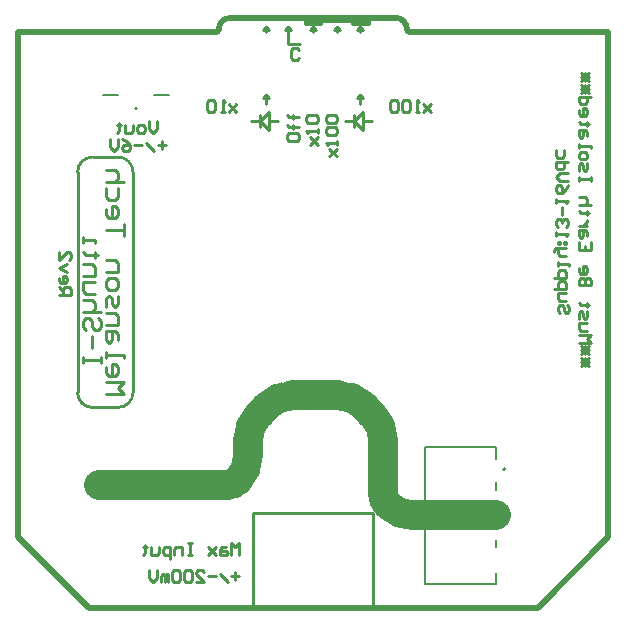
<source format=gbo>
G04*
G04 #@! TF.GenerationSoftware,Altium Limited,CircuitStudio,1.5.2 (30)*
G04*
G04 Layer_Color=13948096*
%FSLAX44Y44*%
%MOMM*%
G71*
G01*
G75*
%ADD33C,0.5000*%
%ADD34C,0.2540*%
%ADD35C,0.2500*%
%ADD36C,2.5000*%
%ADD57C,0.2000*%
%ADD103C,0.1270*%
D33*
X350049Y837549D02*
G03*
X352549Y840049I0J2500D01*
G01*
X362549Y850049D02*
G03*
X352549Y840049I0J-10000D01*
G01*
X512000D02*
G03*
X514500Y837549I2500J0D01*
G01*
X512000Y840049D02*
G03*
X502000Y850049I-10000J0D01*
G01*
X362549D02*
X502000D01*
X667500Y837549D02*
X682500D01*
X514500D02*
X667500D01*
X182500Y837500D02*
X350049D01*
X682500Y410000D02*
Y837549D01*
X622600Y350100D02*
X682500Y410000D01*
X182500D02*
Y837500D01*
X242400Y350100D02*
X622600D01*
X182500Y410000D02*
X242400Y350100D01*
D34*
X395040Y754580D02*
Y762200D01*
X387420D02*
X395040Y754580D01*
X387420Y762200D02*
X395040Y769820D01*
Y762200D02*
Y769820D01*
X387420Y757120D02*
Y767280D01*
X379800Y762200D02*
X387420D01*
X395040D02*
X402660D01*
X392500Y784620D02*
X395040Y782080D01*
X389960D02*
X395040D01*
X389960D02*
X392500Y784620D01*
Y777000D02*
Y784620D01*
X472500Y777000D02*
Y784620D01*
X469960Y782080D02*
X472500Y784620D01*
X469960Y782080D02*
X475040D01*
X472500Y784620D02*
X475040Y782080D01*
Y762200D02*
X482660D01*
X459800D02*
X467420D01*
Y757120D02*
Y767280D01*
X475040Y762200D02*
Y769820D01*
X467420Y762200D02*
X475040Y769820D01*
X467420Y762200D02*
X475040Y754580D01*
Y762200D01*
X381700Y349500D02*
X483300D01*
Y430500D01*
X381700D02*
X483300D01*
X381700Y349360D02*
Y430500D01*
X638334Y664836D02*
Y668168D01*
Y666502D01*
X648331D01*
X646664Y664836D01*
Y673167D02*
X648331Y674833D01*
Y678165D01*
X646664Y679831D01*
X644998D01*
X643332Y678165D01*
Y676499D01*
Y678165D01*
X641666Y679831D01*
X640000D01*
X638334Y678165D01*
Y674833D01*
X640000Y673167D01*
X643332Y683164D02*
Y689828D01*
X638334Y693160D02*
Y696493D01*
Y694827D01*
X648331D01*
X646664Y693160D01*
X648331Y708156D02*
X646664Y704823D01*
X643332Y701491D01*
X640000D01*
X638334Y703157D01*
Y706489D01*
X640000Y708156D01*
X641666D01*
X643332Y706489D01*
Y701491D01*
X648331Y711488D02*
X641666D01*
X638334Y714820D01*
X641666Y718152D01*
X648331D01*
Y728149D02*
X638334D01*
Y723151D01*
X640000Y721485D01*
X643332D01*
X644998Y723151D01*
Y728149D01*
Y738146D02*
Y733148D01*
X643332Y731481D01*
X640000D01*
X638334Y733148D01*
Y738146D01*
X647831Y606664D02*
X649497Y604998D01*
Y601666D01*
X647831Y600000D01*
X646164D01*
X644498Y601666D01*
Y604998D01*
X642832Y606664D01*
X641166D01*
X639500Y604998D01*
Y601666D01*
X641166Y600000D01*
X646164Y609997D02*
X641166D01*
X639500Y611663D01*
Y616661D01*
X646164D01*
X636168Y619994D02*
X646164D01*
Y624992D01*
X644498Y626658D01*
X641166D01*
X639500Y624992D01*
Y619994D01*
X636168Y629990D02*
X646164D01*
Y634989D01*
X644498Y636655D01*
X641166D01*
X639500Y634989D01*
Y629990D01*
Y639987D02*
Y643319D01*
Y641653D01*
X649497D01*
Y639987D01*
X646164Y648318D02*
X641166D01*
X639500Y649984D01*
Y654982D01*
X637834D01*
X636168Y653316D01*
Y651650D01*
X639500Y654982D02*
X646164D01*
Y658314D02*
Y659981D01*
X644498D01*
Y658314D01*
X646164D01*
X641166D02*
Y659981D01*
X639500D01*
Y658314D01*
X641166D01*
X257000Y531000D02*
X272235D01*
X267157Y536078D01*
X272235Y541157D01*
X257000D01*
Y553853D02*
Y548774D01*
X259539Y546235D01*
X264617D01*
X267157Y548774D01*
Y553853D01*
X264617Y556392D01*
X262078D01*
Y546235D01*
X257000Y561470D02*
Y566548D01*
Y564009D01*
X272235D01*
Y561470D01*
X267157Y576705D02*
Y581783D01*
X264617Y584323D01*
X257000D01*
Y576705D01*
X259539Y574166D01*
X262078Y576705D01*
Y584323D01*
X257000Y589401D02*
X267157D01*
Y597019D01*
X264617Y599558D01*
X257000D01*
Y604636D02*
Y612254D01*
X259539Y614793D01*
X262078Y612254D01*
Y607175D01*
X264617Y604636D01*
X267157Y607175D01*
Y614793D01*
X257000Y622410D02*
Y627489D01*
X259539Y630028D01*
X264617D01*
X267157Y627489D01*
Y622410D01*
X264617Y619871D01*
X259539D01*
X257000Y622410D01*
Y635106D02*
X267157D01*
Y642724D01*
X264617Y645263D01*
X257000D01*
X272235Y665576D02*
Y675733D01*
Y670655D01*
X257000D01*
Y688429D02*
Y683351D01*
X259539Y680811D01*
X264617D01*
X267157Y683351D01*
Y688429D01*
X264617Y690968D01*
X262078D01*
Y680811D01*
X267157Y706203D02*
Y698586D01*
X264617Y696047D01*
X259539D01*
X257000Y698586D01*
Y706203D01*
X272235Y711282D02*
X257000D01*
X264617D01*
X267157Y713821D01*
Y718899D01*
X264617Y721438D01*
X257000D01*
X252735Y558000D02*
Y563078D01*
Y560539D01*
X237500D01*
Y558000D01*
Y563078D01*
X245117Y570696D02*
Y580853D01*
X250196Y596088D02*
X252735Y593548D01*
Y588470D01*
X250196Y585931D01*
X247656D01*
X245117Y588470D01*
Y593548D01*
X242578Y596088D01*
X240039D01*
X237500Y593548D01*
Y588470D01*
X240039Y585931D01*
X252735Y601166D02*
X237500D01*
X245117D01*
X247656Y603705D01*
Y608783D01*
X245117Y611323D01*
X237500D01*
X247656Y616401D02*
X240039D01*
X237500Y618940D01*
Y626558D01*
X247656D01*
X237500Y631636D02*
X247656D01*
Y639254D01*
X245117Y641793D01*
X237500D01*
X250196Y649410D02*
X247656D01*
Y646871D01*
Y651949D01*
Y649410D01*
X240039D01*
X237500Y651949D01*
Y659567D02*
Y664645D01*
Y662106D01*
X247656D01*
Y659567D01*
X532500Y776664D02*
X525835Y770000D01*
X529168Y773332D01*
X525835Y776664D01*
X532500Y770000D01*
X522503D02*
X519171D01*
X520837D01*
Y779997D01*
X522503Y778331D01*
X514173D02*
X512506Y779997D01*
X509174D01*
X507508Y778331D01*
Y771666D01*
X509174Y770000D01*
X512506D01*
X514173Y771666D01*
Y778331D01*
X504176D02*
X502510Y779997D01*
X499177D01*
X497511Y778331D01*
Y771666D01*
X499177Y770000D01*
X502510D01*
X504176Y771666D01*
Y778331D01*
X420164Y816169D02*
X418498Y814503D01*
X415166D01*
X413500Y816169D01*
Y822834D01*
X415166Y824500D01*
X418498D01*
X420164Y822834D01*
X367500Y776664D02*
X360835Y770000D01*
X364168Y773332D01*
X360835Y776664D01*
X367500Y770000D01*
X357503D02*
X354171D01*
X355837D01*
Y779997D01*
X357503Y778331D01*
X349173D02*
X347506Y779997D01*
X344174D01*
X342508Y778331D01*
Y771666D01*
X344174Y770000D01*
X347506D01*
X349173Y771666D01*
Y778331D01*
X300000Y762497D02*
Y755832D01*
X296668Y752500D01*
X293335Y755832D01*
Y762497D01*
X288337Y752500D02*
X285005D01*
X283339Y754166D01*
Y757498D01*
X285005Y759164D01*
X288337D01*
X290003Y757498D01*
Y754166D01*
X288337Y752500D01*
X280006Y759164D02*
Y754166D01*
X278340Y752500D01*
X273342D01*
Y759164D01*
X268344Y760831D02*
Y759164D01*
X270010D01*
X266677D01*
X268344D01*
Y754166D01*
X266677Y752500D01*
X307500Y742498D02*
X300835D01*
X304168Y745831D02*
Y739166D01*
X297503Y737500D02*
X290839Y744164D01*
X287506Y742498D02*
X280842D01*
X270845Y747497D02*
X274177Y745831D01*
X277510Y742498D01*
Y739166D01*
X275843Y737500D01*
X272511D01*
X270845Y739166D01*
Y740832D01*
X272511Y742498D01*
X277510D01*
X267513Y747497D02*
Y740832D01*
X264181Y737500D01*
X260848Y740832D01*
Y747497D01*
X370000Y377598D02*
X363335D01*
X366668Y380931D02*
Y374266D01*
X360003Y372600D02*
X353338Y379264D01*
X350006Y377598D02*
X343342D01*
X333345Y372600D02*
X340009D01*
X333345Y379264D01*
Y380931D01*
X335011Y382597D01*
X338343D01*
X340009Y380931D01*
X330013D02*
X328346Y382597D01*
X325014D01*
X323348Y380931D01*
Y374266D01*
X325014Y372600D01*
X328346D01*
X330013Y374266D01*
Y380931D01*
X320016D02*
X318350Y382597D01*
X315017D01*
X313351Y380931D01*
Y374266D01*
X315017Y372600D01*
X318350D01*
X320016Y374266D01*
Y380931D01*
X310019Y372600D02*
Y379264D01*
X308353D01*
X306687Y377598D01*
Y372600D01*
Y377598D01*
X305021Y379264D01*
X303354Y377598D01*
Y372600D01*
X300022Y382597D02*
Y375932D01*
X296690Y372600D01*
X293358Y375932D01*
Y382597D01*
X665831Y555000D02*
X659166Y561664D01*
Y555000D02*
X665831Y561664D01*
X662498Y555000D02*
Y561664D01*
X659166Y558332D02*
X665831D01*
Y564997D02*
X659166Y571661D01*
Y564997D02*
X665831Y571661D01*
X662498Y564997D02*
Y571661D01*
X659166Y568329D02*
X665831D01*
X657500Y574993D02*
X667497D01*
X664164Y578326D01*
X667497Y581658D01*
X657500D01*
X664164Y584990D02*
X659166D01*
X657500Y586656D01*
Y591655D01*
X664164D01*
X657500Y594987D02*
Y599985D01*
X659166Y601651D01*
X660832Y599985D01*
Y596653D01*
X662498Y594987D01*
X664164Y596653D01*
Y601651D01*
X665831Y606650D02*
X664164D01*
Y604984D01*
Y608316D01*
Y606650D01*
X659166D01*
X657500Y608316D01*
X667497Y623311D02*
X657500D01*
Y628310D01*
X659166Y629976D01*
X660832D01*
X662498Y628310D01*
Y623311D01*
Y628310D01*
X664164Y629976D01*
X665831D01*
X667497Y628310D01*
Y623311D01*
X657500Y638306D02*
Y634974D01*
X659166Y633308D01*
X662498D01*
X664164Y634974D01*
Y638306D01*
X662498Y639972D01*
X660832D01*
Y633308D01*
X667497Y659966D02*
Y653301D01*
X657500D01*
Y659966D01*
X662498Y653301D02*
Y656634D01*
X664164Y664965D02*
Y668297D01*
X662498Y669963D01*
X657500D01*
Y664965D01*
X659166Y663298D01*
X660832Y664965D01*
Y669963D01*
X664164Y673295D02*
X657500D01*
X660832D01*
X662498Y674961D01*
X664164Y676627D01*
Y678294D01*
X665831Y684958D02*
X664164D01*
Y683292D01*
Y686624D01*
Y684958D01*
X659166D01*
X657500Y686624D01*
X667497Y691622D02*
X657500D01*
X662498D01*
X664164Y693289D01*
Y696621D01*
X662498Y698287D01*
X657500D01*
X667497Y711616D02*
Y714948D01*
Y713282D01*
X657500D01*
Y711616D01*
Y714948D01*
Y719947D02*
Y724945D01*
X659166Y726611D01*
X660832Y724945D01*
Y721613D01*
X662498Y719947D01*
X664164Y721613D01*
Y726611D01*
X657500Y731610D02*
Y734942D01*
X659166Y736608D01*
X662498D01*
X664164Y734942D01*
Y731610D01*
X662498Y729943D01*
X659166D01*
X657500Y731610D01*
Y739940D02*
Y743272D01*
Y741606D01*
X667497D01*
Y739940D01*
X664164Y749937D02*
Y753269D01*
X662498Y754935D01*
X657500D01*
Y749937D01*
X659166Y748271D01*
X660832Y749937D01*
Y754935D01*
X665831Y759934D02*
X664164D01*
Y758268D01*
Y761600D01*
Y759934D01*
X659166D01*
X657500Y761600D01*
Y771597D02*
Y768264D01*
X659166Y766598D01*
X662498D01*
X664164Y768264D01*
Y771597D01*
X662498Y773263D01*
X660832D01*
Y766598D01*
X667497Y783260D02*
X657500D01*
Y778261D01*
X659166Y776595D01*
X662498D01*
X664164Y778261D01*
Y783260D01*
X665831Y786592D02*
X659166Y793256D01*
Y786592D02*
X665831Y793256D01*
X662498Y786592D02*
Y793256D01*
X659166Y789924D02*
X665831D01*
Y796589D02*
X659166Y803253D01*
Y796589D02*
X665831Y803253D01*
X662498Y796589D02*
Y803253D01*
X659166Y799921D02*
X665831D01*
X370000Y395100D02*
Y405097D01*
X366668Y401764D01*
X363335Y405097D01*
Y395100D01*
X358337Y401764D02*
X355005D01*
X353338Y400098D01*
Y395100D01*
X358337D01*
X360003Y396766D01*
X358337Y398432D01*
X353338D01*
X350006Y401764D02*
X343342Y395100D01*
X346674Y398432D01*
X343342Y401764D01*
X350006Y395100D01*
X330013Y405097D02*
X326680D01*
X328346D01*
Y395100D01*
X330013D01*
X326680D01*
X321682D02*
Y401764D01*
X316684D01*
X315018Y400098D01*
Y395100D01*
X311685Y391768D02*
Y401764D01*
X306687D01*
X305021Y400098D01*
Y396766D01*
X306687Y395100D01*
X311685D01*
X301688Y401764D02*
Y396766D01*
X300022Y395100D01*
X295024D01*
Y401764D01*
X290026Y403431D02*
Y401764D01*
X291692D01*
X288359D01*
X290026D01*
Y396766D01*
X288359Y395100D01*
X217500Y615000D02*
X227497D01*
Y619998D01*
X225831Y621664D01*
X222498D01*
X220832Y619998D01*
Y615000D01*
Y618332D02*
X217500Y621664D01*
Y629995D02*
Y626663D01*
X219166Y624997D01*
X222498D01*
X224164Y626663D01*
Y629995D01*
X222498Y631661D01*
X220832D01*
Y624997D01*
X224164Y634993D02*
X217500Y638326D01*
X224164Y641658D01*
X217500Y651655D02*
Y644990D01*
X224164Y651655D01*
X225831D01*
X227497Y649989D01*
Y646656D01*
X225831Y644990D01*
X410503Y750827D02*
Y747495D01*
X412169Y745829D01*
X418834D01*
X420500Y747495D01*
Y750827D01*
X418834Y752493D01*
X412169D01*
X410503Y750827D01*
X420500Y757492D02*
X412169D01*
X415502D01*
Y755826D01*
Y759158D01*
Y757492D01*
X412169D01*
X410503Y759158D01*
X420500Y765823D02*
X412169D01*
X415502D01*
Y764156D01*
Y767489D01*
Y765823D01*
X412169D01*
X410503Y767489D01*
X430085Y742497D02*
X436750Y749161D01*
X433418Y745829D01*
X430085Y749161D01*
X436750Y742497D01*
Y752493D02*
Y755826D01*
Y754160D01*
X426753D01*
X428419Y752493D01*
Y760824D02*
X426753Y762490D01*
Y765823D01*
X428419Y767489D01*
X435084D01*
X436750Y765823D01*
Y762490D01*
X435084Y760824D01*
X428419D01*
X446335Y732500D02*
X453000Y739164D01*
X449668Y735832D01*
X446335Y739164D01*
X453000Y732500D01*
Y742497D02*
Y745829D01*
Y744163D01*
X443003D01*
X444669Y742497D01*
Y750827D02*
X443003Y752494D01*
Y755826D01*
X444669Y757492D01*
X451334D01*
X453000Y755826D01*
Y752494D01*
X451334Y750827D01*
X444669D01*
Y760824D02*
X443003Y762490D01*
Y765823D01*
X444669Y767489D01*
X451334D01*
X453000Y765823D01*
Y762490D01*
X451334Y760824D01*
X444669D01*
D35*
X267300Y520000D02*
G03*
X280000Y532700I0J12700D01*
G01*
X233000D02*
G03*
X245700Y520000I12700J0D01*
G01*
Y732000D02*
G03*
X233000Y719300I0J-12700D01*
G01*
X280000D02*
G03*
X267300Y732000I-12700J0D01*
G01*
X280000Y532700D02*
Y544000D01*
X245700Y520000D02*
X267300D01*
X233000Y532700D02*
Y719300D01*
X245700Y732000D02*
X267300D01*
X280000Y544000D02*
Y719300D01*
X439000Y847500D02*
X446500D01*
X392500Y842500D02*
X395000Y840000D01*
X390000D02*
X395000D01*
X390000D02*
X392500Y842500D01*
Y837500D02*
Y842500D01*
X432500Y837500D02*
Y842500D01*
X430000Y840000D02*
X432500Y842500D01*
X430000Y840000D02*
X435000D01*
X432500Y842500D02*
X435000Y840000D01*
X452500Y842500D02*
X455000Y840000D01*
X450000D02*
X455000D01*
X450000D02*
X452500Y842500D01*
Y837500D02*
Y842500D01*
X472500Y837500D02*
Y842500D01*
X470000Y840000D02*
X472500Y842500D01*
X470000Y840000D02*
X475000D01*
X472500Y842500D02*
X475000Y840000D01*
X411500Y842500D02*
X414000Y840000D01*
X409000D02*
X414000D01*
X409000D02*
X411500Y842500D01*
Y827500D02*
Y842500D01*
Y827500D02*
X421500D01*
X465500Y844500D02*
Y847500D01*
Y844500D02*
X479500D01*
Y847500D01*
X446500D02*
X479500D01*
X425500Y844500D02*
Y847500D01*
X439000D01*
Y844500D02*
Y847500D01*
X425500Y844500D02*
X439000D01*
D36*
X359439Y454150D02*
G03*
X368420Y457870I0J12700D01*
G01*
D02*
G03*
X377400Y479550I-21680J21680D01*
G01*
X386380Y513930D02*
G03*
X377400Y492250I21680J-21680D01*
G01*
X415500Y530350D02*
G03*
X393820Y521370I0J-30661D01*
G01*
X475280D02*
G03*
X453600Y530350I-21680J-21680D01*
G01*
X491700Y492250D02*
G03*
X482720Y513930I-30661J0D01*
G01*
X491700Y446711D02*
G03*
X495420Y437730I12700J0D01*
G01*
D02*
G03*
X517100Y428750I21680J21680D01*
G01*
X251000Y454150D02*
X359439D01*
X377400Y479550D02*
Y492250D01*
X386380Y513930D02*
X393820Y521370D01*
X415500Y530350D02*
X453600D01*
X475280Y521370D02*
X482720Y513930D01*
X491700Y446711D02*
Y492250D01*
X517100Y428750D02*
X587250D01*
D57*
X283500Y773000D02*
G03*
X283500Y773000I-1000J0D01*
G01*
X595250Y467750D02*
G03*
X595250Y467750I-1000J0D01*
G01*
D103*
X254500Y784902D02*
X267500D01*
X297500D02*
X310500D01*
X587250Y449750D02*
Y456750D01*
Y424750D02*
Y432750D01*
Y401750D02*
Y407750D01*
Y476750D02*
Y486750D01*
Y370750D02*
Y379750D01*
X527250Y486750D02*
X587250D01*
X527250Y370750D02*
Y486750D01*
Y370750D02*
X587250D01*
M02*

</source>
